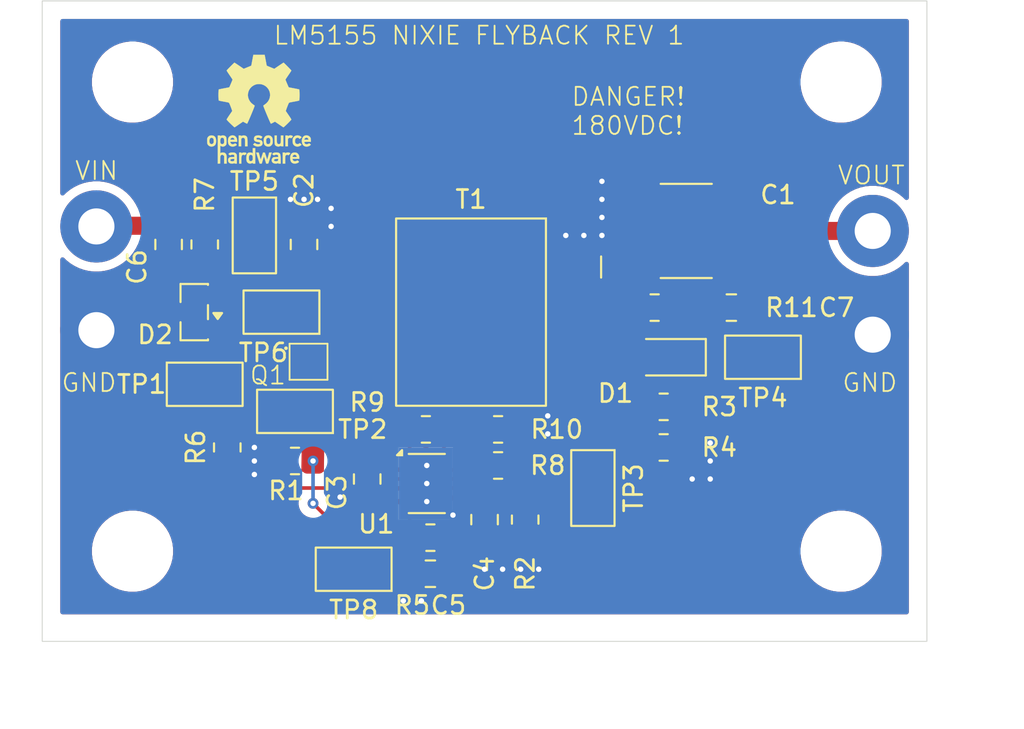
<source format=kicad_pcb>
(kicad_pcb (version 20241229) (generator "pcbnew") (generator_version "9.0")
  (layers (0 "F.Cu" signal) (2 "B.Cu" signal) (13 "F.Paste" user) (15 "B.Paste" user) (5 "F.SilkS" user "F.Silkscreen") (7 "B.SilkS" user "B.Silkscreen") (1 "F.Mask" user) (3 "B.Mask" user) (25 "Edge.Cuts" user))
  (net 0 "")
  (net 2 "Net-(D1-A)")
  (net 3 "/CS")
  (net 4 "GND")
  (net 5 "/GATE")
  (net 6 "/SW")
  (net 7 "/VIN")
  (net 8 "Net-(U1-VCC)")
  (net 9 "/COMP")
  (net 10 "/UVLO")
  (net 11 "/RT")
  (net 12 "/FB")
  (net 13 "/SS")
  (net 14 "Net-(U1-GATE)")
  (net 15 "/PGOOD")
  (net 16 "Net-(C5-Pad1)")
  (net 17 "Net-(D2-K)")
  (net 18 "Net-(C7-Pad2)")
  (net 19 "/VOUT")
  (footprint "Symbol:Symbol_HighVoltage_NoTriangle_2x5mm_Copper" (layer "F.Cu") (at 194.75 86.75)
    (property "Reference" "REF**" (hide yes))
    (property "Value" "Symbol_HighVoltage_NoTriangle_2x5mm_Copper" (hide yes))
    (fp_line (start -0.49 -0.65) (end -0.29 -0.4) (stroke (width 0.2)) (layer "F.Cu"))
    (fp_line (start -0.38 1.23) (end 0.13 1.32) (stroke (width 0.2)) (layer "F.Cu"))
    (fp_line (start -0.17 -0.405) (end 0.03 -0.155) (stroke (width 0.2)) (layer "F.Cu"))
    (fp_poly (pts (xy -0.538427 -0.37426) (xy 0.62574 -1) (xy -0.029104 1.386542) (xy 0.305594 1.182813) (xy -0.291042 2.07049) (xy -0.509323 1.02274) (xy -0.276489 1.342886) (xy 0 -0.388812) (xy -1.12051 0.207823) (xy -0.392906 -2.367896) (xy 0.320146 -2.367896)) (stroke (width 0.1)) (fill yes) (layer "F.Cu"))
  )
  (footprint "MountingHole:MountingHole_4mm" (layer "F.Cu") (at 201.25 85.25)
    (property "Reference" "REF**" (hide yes))
    (property "Value" "MountingHole_4mm")
    (pad "" np_thru_hole circle (at 0 0) (size 4 4) (drill 4) (layers "*.Cu" "*.Mask"))
  )
  (footprint "TestPoint:TestPoint_Keystone_5019_Miniature" (layer "F.Cu") (at 187.5 107.75 -90)
    (property "Reference" "TP3" (at 0 -2.25 90) (layer "F.SilkS"))
    (property "Value" "TestPoint")
    (pad "1" smd roundrect (at 0 0 270) (size 3.8 2) (layers "F.Cu" "F.Mask" "F.Paste") (roundrect_rratio 0.125) (net 12 "/FB"))
  )
  (footprint "TestPoint:TestPoint_Keystone_5019_Miniature" (layer "F.Cu") (at 171 103.5 180)
    (property "Reference" "TP2" (at -3.75 -1 0) (layer "F.SilkS"))
    (property "Value" "TestPoint")
    (pad "1" smd roundrect (at 0 0 180) (size 3.8 2) (layers "F.Cu" "F.Mask" "F.Paste") (roundrect_rratio 0.125) (net 3 "/CS"))
  )
  (footprint "Capacitor_SMD:C_0805_2012Metric_Pad1.18x1.45mm_HandSolder" (layer "F.Cu") (at 181.5 109.5 -90)
    (property "Reference" "C4" (at 3 0 90) (layer "F.SilkS"))
    (property "Value" "30n")
    (pad "1" smd roundrect (at -1.0375 0 270) (size 1.175 1.45) (layers "F.Cu" "F.Mask" "F.Paste") (roundrect_rratio 0.212766) (net 13 "/SS"))
    (pad "2" smd roundrect (at 1.0375 0 270) (size 1.175 1.45) (layers "F.Cu" "F.Mask" "F.Paste") (roundrect_rratio 0.212766) (net 4 "GND"))
  )
  (footprint "Resistor_SMD:R_0805_2012Metric_Pad1.20x1.40mm_HandSolder" (layer "F.Cu") (at 167.25 105.5 90)
    (property "Reference" "R6" (at 0 -1.75 90) (layer "F.SilkS"))
    (property "Value" "1")
    (pad "1" smd roundrect (at -1 0 90) (size 1.2 1.4) (layers "F.Cu" "F.Mask" "F.Paste") (roundrect_rratio 0.208333) (net 14 "Net-(U1-GATE)"))
    (pad "2" smd roundrect (at 1 0 90) (size 1.2 1.4) (layers "F.Cu" "F.Mask" "F.Paste") (roundrect_rratio 0.208333) (net 5 "/GATE"))
  )
  (footprint "Capacitor_SMD:C_0805_2012Metric_Pad1.18x1.45mm_HandSolder" (layer "F.Cu") (at 178.5 112.5 180)
    (property "Reference" "C5" (at -1 -1.75 0) (layer "F.SilkS"))
    (property "Value" "1.6n")
    (pad "1" smd roundrect (at -1.0375 0 180) (size 1.175 1.45) (layers "F.Cu" "F.Mask" "F.Paste") (roundrect_rratio 0.212766) (net 16 "Net-(C5-Pad1)"))
    (pad "2" smd roundrect (at 1.0375 0 180) (size 1.175 1.45) (layers "F.Cu" "F.Mask" "F.Paste") (roundrect_rratio 0.212766) (net 4 "GND"))
  )
  (footprint "Resistor_SMD:R_0805_2012Metric_Pad1.20x1.40mm_HandSolder" (layer "F.Cu") (at 166 94.25 -90)
    (property "Reference" "R7" (at -2.75 0 90) (layer "F.SilkS"))
    (property "Value" "3.8k")
    (pad "1" smd roundrect (at -1 0 270) (size 1.2 1.4) (layers "F.Cu" "F.Mask" "F.Paste") (roundrect_rratio 0.208333) (net 7 "/VIN"))
    (pad "2" smd roundrect (at 1 0 270) (size 1.2 1.4) (layers "F.Cu" "F.Mask" "F.Paste") (roundrect_rratio 0.208333) (net 17 "Net-(D2-K)"))
  )
  (footprint "TestPoint:TestPoint_Keystone_5019_Miniature" (layer "F.Cu") (at 168.75 93.75 -90)
    (property "Reference" "TP5" (at -3 0 180) (layer "F.SilkS"))
    (property "Value" "TestPoint")
    (pad "1" smd roundrect (at 0 0 270) (size 3.8 2) (layers "F.Cu" "F.Mask" "F.Paste") (roundrect_rratio 0.125) (net 7 "/VIN"))
  )
  (footprint "LM5155-flyback:WSON-12-1EP_3x2mm_P0.5mm_EP1x2.65_ThermalVias" (layer "F.Cu") (at 178.3 107.5)
    (property "Reference" "U1" (at -2.8 2.25 0) (layer "F.SilkS"))
    (property "Value" "LM5155")
    (pad "1" smd roundrect (at -0.95 -1.25) (size 0.5 0.25) (layers "F.Cu" "F.Mask" "F.Paste") (net 7 "/VIN"))
    (pad "2" smd roundrect (at -0.95 -0.75) (size 0.5 0.25) (layers "F.Cu" "F.Mask" "F.Paste") (net 8 "Net-(U1-VCC)"))
    (pad "3" smd roundrect (at -0.95 -0.25) (size 0.5 0.25) (layers "F.Cu" "F.Mask" "F.Paste") (net 14 "Net-(U1-GATE)"))
    (pad "4" smd roundrect (at -0.95 0.25) (size 0.5 0.25) (layers "F.Cu" "F.Mask" "F.Paste") (net 4 "GND"))
    (pad "5" smd roundrect (at -0.95 0.75) (size 0.5 0.25) (layers "F.Cu" "F.Mask" "F.Paste") (net 3 "/CS"))
    (pad "6" smd roundrect (at -0.95 1.25) (size 0.5 0.25) (layers "F.Cu" "F.Mask" "F.Paste") (net 9 "/COMP"))
    (pad "7" smd roundrect (at 0.95 1.25) (size 0.5 0.25) (layers "F.Cu" "F.Mask" "F.Paste") (net 4 "GND"))
    (pad "8" smd roundrect (at 0.95 0.75) (size 0.5 0.25) (layers "F.Cu" "F.Mask" "F.Paste") (net 12 "/FB"))
    (pad "9" smd roundrect (at 0.95 0.25) (size 0.5 0.25) (layers "F.Cu" "F.Mask" "F.Paste") (net 13 "/SS"))
    (pad "10" smd roundrect (at 0.95 -0.25) (size 0.5 0.25) (layers "F.Cu" "F.Mask" "F.Paste") (net 11 "/RT"))
    (pad "11" smd roundrect (at 0.95 -0.75) (size 0.5 0.25) (layers "F.Cu" "F.Mask" "F.Paste") (net 15 "/PGOOD"))
    (pad "12" smd roundrect (at 0.95 -1.25) (size 0.5 0.25) (layers "F.Cu" "F.Mask" "F.Paste") (net 10 "/UVLO"))
    (pad "13" thru_hole circle (at 0 -1 90) (size 0.6 0.6) (drill 0.3) (layers "*.Cu") (net 4 "GND"))
    (pad "13" thru_hole circle (at 0 0) (size 0.6 0.6) (drill 0.3) (layers "*.Cu") (net 4 "GND"))
    (pad "13" smd rect (at 0 0) (size 1 2.65) (layers "F.Cu" "F.Mask") (net 4 "GND"))
    (pad "13" smd rect (at 0 0) (size 1 2.65) (layers "B.Cu") (net 4 "GND"))
    (pad "13" thru_hole circle (at 0 1) (size 0.6 0.6) (drill 0.3) (layers "*.Cu") (net 4 "GND"))
  )
  (footprint "MountingHole:MountingHole_4mm" (layer "F.Cu") (at 201.25 111.25)
    (property "Reference" "REF**" (hide yes))
    (property "Value" "MountingHole_4mm")
    (pad "" np_thru_hole circle (at 0 0) (size 4 4) (drill 4) (layers "*.Cu" "*.Mask"))
  )
  (footprint "Resistor_SMD:R_0805_2012Metric_Pad1.20x1.40mm_HandSolder" (layer "F.Cu") (at 190.92 97.75)
    (property "Reference" "R11" (at 7.58 0 0) (layer "F.SilkS"))
    (property "Value" "R")
    (pad "1" smd roundrect (at -1 0) (size 1.2 1.4) (layers "F.Cu" "F.Mask" "F.Paste") (roundrect_rratio 0.208333) (net 2 "Net-(D1-A)"))
    (pad "2" smd roundrect (at 1 0) (size 1.2 1.4) (layers "F.Cu" "F.Mask" "F.Paste") (roundrect_rratio 0.208333) (net 18 "Net-(C7-Pad2)"))
  )
  (footprint "TestPoint:TestPoint_Keystone_5019_Miniature" (layer "F.Cu") (at 166 102)
    (property "Reference" "TP1" (at -3.5 0 0) (layer "F.SilkS"))
    (property "Value" "TestPoint")
    (pad "1" smd roundrect (at 0 0) (size 3.8 2) (layers "F.Cu" "F.Mask" "F.Paste") (roundrect_rratio 0.125) (net 5 "/GATE"))
  )
  (footprint "Capacitor_SMD:C_0805_2012Metric_Pad1.18x1.45mm_HandSolder" (layer "F.Cu") (at 195.17 97.75 180)
    (property "Reference" "C7" (at -5.83 0 0) (layer "F.SilkS"))
    (property "Value" "C")
    (pad "1" smd roundrect (at -1.0375 0 180) (size 1.175 1.45) (layers "F.Cu" "F.Mask" "F.Paste") (roundrect_rratio 0.212766) (net 19 "/VOUT"))
    (pad "2" smd roundrect (at 1.0375 0 180) (size 1.175 1.45) (layers "F.Cu" "F.Mask" "F.Paste") (roundrect_rratio 0.212766) (net 18 "Net-(C7-Pad2)"))
  )
  (footprint "Resistor_SMD:R_0805_2012Metric_Pad1.20x1.40mm_HandSolder" (layer "F.Cu") (at 178.25 104.5)
    (property "Reference" "R9" (at -3.25 -1.5 0) (layer "F.SilkS"))
    (property "Value" "82k")
    (pad "1" smd roundrect (at -1 0) (size 1.2 1.4) (layers "F.Cu" "F.Mask" "F.Paste") (roundrect_rratio 0.208333) (net 7 "/VIN"))
    (pad "2" smd roundrect (at 1 0) (size 1.2 1.4) (layers "F.Cu" "F.Mask" "F.Paste") (roundrect_rratio 0.208333) (net 10 "/UVLO"))
  )
  (footprint "TestPoint:TestPoint_Keystone_5019_Miniature" (layer "F.Cu") (at 170.25 98 180)
    (property "Reference" "TP6" (at 1 -2.25 0) (layer "F.SilkS"))
    (property "Value" "TestPoint")
    (pad "1" smd roundrect (at 0 0 180) (size 3.8 2) (layers "F.Cu" "F.Mask" "F.Paste") (roundrect_rratio 0.125) (net 6 "/SW"))
  )
  (footprint "Resistor_SMD:R_0805_2012Metric_Pad1.20x1.40mm_HandSolder" (layer "F.Cu") (at 183.75 109.5 90)
    (property "Reference" "R2" (at -3 0 90) (layer "F.SilkS"))
    (property "Value" "87.5k")
    (pad "1" smd roundrect (at -1 0 90) (size 1.2 1.4) (layers "F.Cu" "F.Mask" "F.Paste") (roundrect_rratio 0.208333) (net 4 "GND"))
    (pad "2" smd roundrect (at 1 0 90) (size 1.2 1.4) (layers "F.Cu" "F.Mask" "F.Paste") (roundrect_rratio 0.208333) (net 11 "/RT"))
  )
  (footprint "Resistor_SMD:R_0805_2012Metric_Pad1.20x1.40mm_HandSolder" (layer "F.Cu") (at 191.42 103.25 180)
    (property "Reference" "R3" (at -3.08 0 0) (layer "F.SilkS"))
    (property "Value" "1Meg")
    (pad "1" smd roundrect (at -1 0 180) (size 1.2 1.4) (layers "F.Cu" "F.Mask" "F.Paste") (roundrect_rratio 0.208333) (net 19 "/VOUT"))
    (pad "2" smd roundrect (at 1 0 180) (size 1.2 1.4) (layers "F.Cu" "F.Mask" "F.Paste") (roundrect_rratio 0.208333) (net 12 "/FB"))
  )
  (footprint "Resistor_SMD:R_0805_2012Metric_Pad1.20x1.40mm_HandSolder" (layer "F.Cu") (at 182.25 106.5 180)
    (property "Reference" "R8" (at -2.75 0 0) (layer "F.SilkS"))
    (property "Value" "100k")
    (pad "1" smd roundrect (at -1 0 180) (size 1.2 1.4) (layers "F.Cu" "F.Mask" "F.Paste") (roundrect_rratio 0.208333) (net 7 "/VIN"))
    (pad "2" smd roundrect (at 1 0 180) (size 1.2 1.4) (layers "F.Cu" "F.Mask" "F.Paste") (roundrect_rratio 0.208333) (net 15 "/PGOOD"))
  )
  (footprint "Package_TO_SOT_SMD:SOT-23" (layer "F.Cu") (at 165.42 98 180)
    (property "Reference" "D2" (at 2.17 -1.25 0) (layer "F.SilkS"))
    (property "Value" "BAS70")
    (pad "1" smd roundrect (at -0.9375 -0.95 180) (size 1.475 0.6) (layers "F.Cu" "F.Mask" "F.Paste") (net 6 "/SW"))
    (pad "2" smd roundrect (at -0.9375 0.95 180) (size 1.475 0.6) (layers "F.Cu" "F.Mask" "F.Paste"))
    (pad "3" smd roundrect (at 0.9375 0 180) (size 1.475 0.6) (layers "F.Cu" "F.Mask" "F.Paste") (net 17 "Net-(D2-K)"))
  )
  (footprint "LM5155-flyback:U-DFN1616-6" (layer "F.Cu") (at 171.75 100.75 -90)
    (property "Reference" "Q1" (at 0.75 2.25 0) (layer "F.SilkS") (effects (font (thickness 0.1))))
    (property "Value" "DMT6030LFCL-7")
    (pad "1" smd roundrect (at -0.25 0 90) (size 0.72 1.9) (layers "F.Cu" "F.Mask" "F.Paste") (roundrect_rratio 0.15) (net 6 "/SW"))
    (pad "2" smd roundrect (at 0.5 0.7 90) (size 0.25 0.475) (layers "F.Cu" "F.Mask" "F.Paste") (roundrect_rratio 0.15) (net 5 "/GATE"))
    (pad "3" smd roundrect (at 0.5 -0.7 90) (size 0.25 0.475) (layers "F.Cu" "F.Mask" "F.Paste") (roundrect_rratio 0.15) (net 3 "/CS"))
    (pad "3" smd roundrect (at 0.5 0) (size 0.62 0.2) (layers "F.Cu" "F.Mask" "F.Paste") (roundrect_rratio 0.15) (net 3 "/CS"))
  )
  (footprint "Transformer_SMD_Wurth:T_Wurth_WE-FLYLT-EP7-5801" (layer "F.Cu") (at 180.75 98 -90)
    (property "Reference" "T1" (at -6.25 0 0) (layer "F.SilkS"))
    (property "Value" "EP7-5801_750315825" (hide yes))
    (pad "1" smd rect (at -2.5 -5.83 270) (size 1.17 2.08) (layers "F.Cu" "F.Mask" "F.Paste") (net 4 "GND"))
    (pad "2" smd rect (at 0 -5.83 270) (size 1.17 2.08) (layers "F.Cu" "F.Mask" "F.Paste"))
    (pad "3" smd rect (at 2.5 -5.83 270) (size 1.17 2.08) (layers "F.Cu" "F.Mask" "F.Paste") (net 2 "Net-(D1-A)"))
    (pad "4" smd rect (at 2.5 5.83 270) (size 1.17 2.08) (layers "F.Cu" "F.Mask" "F.Paste") (net 6 "/SW"))
    (pad "5" smd rect (at 0 5.83 270) (size 1.17 2.08) (layers "F.Cu" "F.Mask" "F.Paste"))
    (pad "6" smd rect (at -2.5 5.83 270) (size 1.17 2.08) (layers "F.Cu" "F.Mask" "F.Paste") (net 7 "/VIN"))
  )
  (footprint "Capacitor_SMD:C_2220_5750Metric_Pad1.97x5.40mm_HandSolder" (layer "F.Cu") (at 192.67 93.5)
    (property "Reference" "C1" (at 5.08 -2 0) (layer "F.SilkS"))
    (property "Value" "1u")
    (pad "1" smd roundrect (at -2.6375 0) (size 1.975 5.4) (layers "F.Cu" "F.Mask" "F.Paste") (roundrect_rratio 0.126582) (net 4 "GND"))
    (pad "2" smd roundrect (at 2.6375 0) (size 1.975 5.4) (layers "F.Cu" "F.Mask" "F.Paste") (roundrect_rratio 0.126582) (net 19 "/VOUT"))
  )
  (footprint "Resistor_SMD:R_0805_2012Metric_Pad1.20x1.40mm_HandSolder" (layer "F.Cu") (at 171 106.25 180)
    (property "Reference" "R1" (at 0.5 -1.65 0) (layer "F.SilkS"))
    (property "Value" "2m")
    (pad "1" smd roundrect (at -1 0 180) (size 1.2 1.4) (layers "F.Cu" "F.Mask" "F.Paste") (roundrect_rratio 0.208333) (net 3 "/CS"))
    (pad "2" smd roundrect (at 1 0 180) (size 1.2 1.4) (layers "F.Cu" "F.Mask" "F.Paste") (roundrect_rratio 0.208333) (net 4 "GND"))
  )
  (footprint "MountingHole:MountingHole_4mm" (layer "F.Cu") (at 162 85.25)
    (property "Reference" "REF**" (hide yes))
    (property "Value" "MountingHole_4mm")
    (pad "" np_thru_hole circle (at 0 0) (size 4 4) (drill 4) (layers "*.Cu" "*.Mask"))
  )
  (footprint "Resistor_SMD:R_0805_2012Metric_Pad1.20x1.40mm_HandSolder" (layer "F.Cu") (at 191.42 105.5)
    (property "Reference" "R4" (at 3.08 0 0) (layer "F.SilkS"))
    (property "Value" "5.6k")
    (pad "1" smd roundrect (at -1 0) (size 1.2 1.4) (layers "F.Cu" "F.Mask" "F.Paste") (roundrect_rratio 0.208333) (net 12 "/FB"))
    (pad "2" smd roundrect (at 1 0) (size 1.2 1.4) (layers "F.Cu" "F.Mask" "F.Paste") (roundrect_rratio 0.208333) (net 4 "GND"))
  )
  (footprint "Capacitor_SMD:C_0805_2012Metric_Pad1.18x1.45mm_HandSolder" (layer "F.Cu") (at 171.5 94.25 90)
    (property "Reference" "C2" (at 3 0 90) (layer "F.SilkS"))
    (property "Value" "4.7u")
    (pad "1" smd roundrect (at -1.0375 0 90) (size 1.175 1.45) (layers "F.Cu" "F.Mask" "F.Paste") (roundrect_rratio 0.212766) (net 7 "/VIN"))
    (pad "2" smd roundrect (at 1.0375 0 90) (size 1.175 1.45) (layers "F.Cu" "F.Mask" "F.Paste") (roundrect_rratio 0.212766) (net 4 "GND"))
  )
  (footprint "Capacitor_SMD:C_0805_2012Metric_Pad1.18x1.45mm_HandSolder" (layer "F.Cu") (at 175 107.25 90)
    (property "Reference" "C3" (at -0.75 -1.68 90) (layer "F.SilkS"))
    (property "Value" "1uF")
    (pad "1" smd roundrect (at -1.0375 0 90) (size 1.175 1.45) (layers "F.Cu" "F.Mask" "F.Paste") (roundrect_rratio 0.212766) (net 4 "GND"))
    (pad "2" smd roundrect (at 1.0375 0 90) (size 1.175 1.45) (layers "F.Cu" "F.Mask" "F.Paste") (roundrect_rratio 0.212766) (net 8 "Net-(U1-VCC)"))
  )
  (footprint "Symbol:OSHW-Logo_5.7x6mm_SilkScreen" (layer "F.Cu") (at 169 86.75)
    (property "Reference" "REF**" (hide yes))
    (property "Value" "OSHW-Logo_5.7x6mm_SilkScreen" (hide yes))
  )
  (footprint "TestPoint:TestPoint_Keystone_5019_Miniature" (layer "F.Cu") (at 174.25 112.25 180)
    (property "Reference" "TP8" (at 0 -2.25 0) (layer "F.SilkS"))
    (property "Value" "TestPoint")
    (pad "1" smd roundrect (at 0 0 180) (size 3.8 2) (layers "F.Cu" "F.Mask" "F.Paste") (roundrect_rratio 0.125) (net 9 "/COMP"))
  )
  (footprint "Resistor_SMD:R_0805_2012Metric_Pad1.20x1.40mm_HandSolder" (layer "F.Cu") (at 178.5 110.5)
    (property "Reference" "R5" (at -1 3.75 0) (layer "F.SilkS"))
    (property "Value" "10k")
    (pad "1" smd roundrect (at -1 0) (size 1.2 1.4) (layers "F.Cu" "F.Mask" "F.Paste") (roundrect_rratio 0.208333) (net 9 "/COMP"))
    (pad "2" smd roundrect (at 1 0) (size 1.2 1.4) (layers "F.Cu" "F.Mask" "F.Paste") (roundrect_rratio 0.208333) (net 16 "Net-(C5-Pad1)"))
  )
  (footprint "Resistor_SMD:R_0805_2012Metric_Pad1.20x1.40mm_HandSolder" (layer "F.Cu") (at 182.25 104.5)
    (property "Reference" "R10" (at 3.25 0 0) (layer "F.SilkS"))
    (property "Value" "43k")
    (pad "1" smd roundrect (at -1 0) (size 1.2 1.4) (layers "F.Cu" "F.Mask" "F.Paste") (roundrect_rratio 0.208333) (net 10 "/UVLO"))
    (pad "2" smd roundrect (at 1 0) (size 1.2 1.4) (layers "F.Cu" "F.Mask" "F.Paste") (roundrect_rratio 0.208333) (net 4 "GND"))
  )
  (footprint "TestPoint:TestPoint_Keystone_5019_Miniature" (layer "F.Cu") (at 196.92 100.5 180)
    (property "Reference" "TP4" (at 0 -2.25 0) (layer "F.SilkS"))
    (property "Value" "TestPoint")
    (pad "1" smd roundrect (at 0 0 180) (size 3.8 2) (layers "F.Cu" "F.Mask" "F.Paste") (roundrect_rratio 0.125) (net 19 "/VOUT"))
  )
  (footprint "Diode_SMD:D_PowerDI-123" (layer "F.Cu") (at 191.445 100.5 180)
    (property "Reference" "D1" (at 2.695 -2 0) (layer "F.SilkS"))
    (property "Value" "SBR1U400P1")
    (pad "1" smd roundrect (at -0.85 0) (size 2.4 1.5) (layers "F.Cu" "F.Mask" "F.Paste") (roundrect_rratio 0.1666666667) (net 19 "/VOUT"))
    (pad "2" smd roundrect (at 1.525 0) (size 1.05 1.5) (layers "F.Cu" "F.Mask" "F.Paste") (roundrect_rratio 0.2380952381) (net 2 "Net-(D1-A)"))
  )
  (footprint "Capacitor_SMD:C_0805_2012Metric_Pad1.18x1.45mm_HandSolder" (layer "F.Cu") (at 164 94.25 -90)
    (property "Reference" "C6" (at 1.25 1.75 90) (layer "F.SilkS"))
    (property "Value" "5n")
    (pad "1" smd roundrect (at -1.0375 0 270) (size 1.175 1.45) (layers "F.Cu" "F.Mask" "F.Paste") (roundrect_rratio 0.212766) (net 7 "/VIN"))
    (pad "2" smd roundrect (at 1.0375 0 270) (size 1.175 1.45) (layers "F.Cu" "F.Mask" "F.Paste") (roundrect_rratio 0.212766) (net 17 "Net-(D2-K)"))
  )
  (footprint "MountingHole:MountingHole_4mm" (layer "F.Cu") (at 162 111.25)
    (property "Reference" "REF**" (hide yes))
    (property "Value" "MountingHole_4mm")
    (pad "" np_thru_hole circle (at 0 0) (size 4 4) (drill 4) (layers "*.Cu" "*.Mask"))
  )
  (gr_poly (pts (xy 175.75 96) (xy 174 96) (xy 171 95.75) (xy 169.5 95.5) (xy 168 95.5) (xy 168 92) (xy 169.5 92) (xy 169.5 94.25) (xy 171 94.75) (xy 172 94.75) (xy 174 95) (xy 175.75 95)) (stroke (width 0.2)) (fill yes) (layer "F.Cu") (net 7))
  (gr_poly (pts (xy 171.55 101.25) (xy 172.6 101.25) (xy 172.5 106.75) (xy 171.45 106.75)) (stroke (width 0.2)) (fill yes) (layer "F.Cu") (net 3))
  (gr_poly (pts (xy 171 100.75) (xy 168.5 98.75) (xy 172 98.75) (xy 174 100) (xy 174 100.25)) (stroke (width 0.2)) (fill yes) (layer "F.Cu") (net 6))
  (gr_poly (pts (xy 172.5 100.25) (xy 174 100) (xy 174 101) (xy 172.5 100.75)) (stroke (width 0.2)) (fill yes) (layer "F.Cu") (net 6))
  (gr_rect (start 157 80.75) (end 206 116.25) (stroke (width 0.05)) (fill no) (layer "Edge.Cuts"))
  (gr_text "VIN" (at 158.75 90.75 0) (layer "F.SilkS") (effects (font (size 1 1) (thickness 0.1)) (justify left bottom)))
  (gr_text "VOUT" (at 201 91 0) (layer "F.SilkS") (effects (font (size 1 1) (thickness 0.1)) (justify left bottom)))
  (gr_text "GND" (at 158 102.5 0) (layer "F.SilkS") (effects (font (size 1 1) (thickness 0.1)) (justify left bottom)))
  (gr_text "LM5155 NIXIE FLYBACK REV 1" (at 169.75 83.25 0) (layer "F.SilkS") (effects (font (size 1 1) (thickness 0.1)) (justify left bottom)))
  (gr_text "GND" (at 201.25 102.5 0) (layer "F.SilkS") (effects (font (size 1 1) (thickness 0.1)) (justify left bottom)))
  (gr_text "DANGER!\n180VDC!" (at 186.25 88.25 0) (layer "F.SilkS") (effects (font (size 1 1) (thickness 0.1)) (justify left bottom)))
  (segment (start 186.58 100.5) (end 189.92 100.5) (width 1) (layer "F.Cu") (net 2))
  (segment (start 189.92 97.75) (end 189.92 100.5) (width 0.2) (layer "F.Cu") (net 2))
  (segment (start 177 108.25) (end 176.074 109.176) (width 0.2) (layer "F.Cu") (net 3))
  (segment (start 177.35 108.25) (end 177 108.25) (width 0.2) (layer "F.Cu") (net 3))
  (segment (start 176.074 109.176) (end 172.576 109.176) (width 0.2) (layer "F.Cu") (net 3))
  (segment (start 172.576 109.176) (end 172 108.6) (width 0.2) (layer "F.Cu") (net 3))
  (via (at 172 108.6) (size 0.6) (drill 0.3) (layers "F.Cu" "B.Cu") (net 3))
  (via (at 172 106.25) (size 0.6) (drill 0.3) (layers "F.Cu" "B.Cu") (net 3))
  (segment (start 172 108.6) (end 172 106.25) (width 0.2) (layer "B.Cu") (net 3))
  (segment (start 177.925 114) (end 177.4625 113.5375) (width 0.2) (layer "F.Cu") (net 4))
  (segment (start 176.2125 108.2875) (end 176.75 107.75) (width 0.2) (layer "F.Cu") (net 4))
  (segment (start 175 108.2875) (end 176.2125 108.2875) (width 0.2) (layer "F.Cu") (net 4))
  (segment (start 177.4625 112.5) (end 177.4625 113.5375) (width 0.2) (layer "F.Cu") (net 4))
  (segment (start 177.4625 113.5375) (end 177 114) (width 0.2) (layer "F.Cu") (net 4))
  (segment (start 179.25 108.75) (end 179.75 109.25) (width 0.2) (layer "F.Cu") (net 4))
  (segment (start 168.75 106.25) (end 168.75 107) (width 0.2) (layer "F.Cu") (net 4))
  (segment (start 178 114) (end 177.925 114) (width 0.2) (layer "F.Cu") (net 4))
  (segment (start 168.75 105.5) (end 168.75 106.25) (width 0.2) (layer "F.Cu") (net 4))
  (segment (start 176.75 107.75) (end 177.35 107.75) (width 0.2) (layer "F.Cu") (net 4))
  (segment (start 170 106.25) (end 168.75 106.25) (width 0.2) (layer "F.Cu") (net 4))
  (via (at 181.5 112.25) (size 0.6) (drill 0.3) (layers "F.Cu" "B.Cu") (net 4))
  (via (at 160 99) (size 4) (drill 2) (layers "F.Cu" "B.Cu") (net 4))
  (via (at 188 93.75) (size 0.6) (drill 0.3) (layers "F.Cu" "B.Cu") (net 4))
  (via (at 203 99.25) (size 4) (drill 2) (layers "F.Cu" "B.Cu") (net 4))
  (via (at 185 104.75) (size 0.6) (drill 0.3) (layers "F.Cu" "B.Cu") (net 4))
  (via (at 170.75 91.75) (size 0.6) (drill 0.3) (layers "F.Cu" "B.Cu") (net 4))
  (via (at 188 90.75) (size 0.6) (drill 0.3) (layers "F.Cu" "B.Cu") (net 4))
  (via (at 178 114) (size 0.6) (drill 0.3) (layers "F.Cu" "B.Cu") (net 4))
  (via (at 173 93.25) (size 0.6) (drill 0.3) (layers "F.Cu" "B.Cu") (net 4))
  (via (at 185 103.75) (size 0.6) (drill 0.3) (layers "F.Cu" "B.Cu") (net 4))
  (via (at 188 92.75) (size 0.6) (drill 0.3) (layers "F.Cu" "B.Cu") (net 4))
  (via (at 194 105.25) (size 0.6) (drill 0.3) (layers "F.Cu" "B.Cu") (net 4))
  (via (at 194 107.25) (size 0.6) (drill 0.3) (layers "F.Cu" "B.Cu") (net 4))
  (via (at 168.75 106.25) (size 0.6) (drill 0.3) (layers "F.Cu" "B.Cu") (net 4))
  (via (at 184.5 112.25) (size 0.6) (drill 0.3) (layers "F.Cu" "B.Cu") (net 4))
  (via (at 187 93.75) (size 0.6) (drill 0.3) (layers "F.Cu" "B.Cu") (net 4))
  (via (at 188 91.75) (size 0.6) (drill 0.3) (layers "F.Cu" "B.Cu") (net 4))
  (via (at 173.5 108.25) (size 0.6) (drill 0.3) (layers "F.Cu" "B.Cu") (net 4))
  (via (at 177 114) (size 0.6) (drill 0.3) (layers "F.Cu" "B.Cu") (net 4))
  (via (at 173 92.25) (size 0.6) (drill 0.3) (layers "F.Cu" "B.Cu") (net 4))
  (via (at 168.75 107) (size 0.6) (drill 0.3) (layers "F.Cu" "B.Cu") (net 4))
  (via (at 194 106.25) (size 0.6) (drill 0.3) (layers "F.Cu" "B.Cu") (net 4))
  (via (at 182.5 112.25) (size 0.6) (drill 0.3) (layers "F.Cu" "B.Cu") (net 4))
  (via (at 183.5 112.25) (size 0.6) (drill 0.3) (layers "F.Cu" "B.Cu") (net 4))
  (via (at 168.75 105.5) (size 0.6) (drill 0.3) (layers "F.Cu" "B.Cu") (net 4))
  (via (at 186 93.75) (size 0.6) (drill 0.3) (layers "F.Cu" "B.Cu") (net 4))
  (via (at 171.5 91.75) (size 0.6) (drill 0.3) (layers "F.Cu" "B.Cu") (net 4))
  (via (at 193 107.25) (size 0.6) (drill 0.3) (layers "F.Cu" "B.Cu") (net 4))
  (via (at 179.75 109.25) (size 0.6) (drill 0.3) (layers "F.Cu" "B.Cu") (net 4))
  (via (at 172.25 91.75) (size 0.6) (drill 0.3) (layers "F.Cu" "B.Cu") (net 4))
  (segment (start 167.25 102.75) (end 168 102) (width 0.2) (layer "F.Cu") (net 5))
  (segment (start 167.25 103.5) (end 167.25 103.25) (width 0.2) (layer "F.Cu") (net 5))
  (segment (start 168 102) (end 166 102) (width 0.2) (layer "F.Cu") (net 5))
  (segment (start 167.25 103.5) (end 167.25 102.75) (width 0.2) (layer "F.Cu") (net 5))
  (segment (start 171.05 101.25) (end 168.75 101.25) (width 0.2) (layer "F.Cu") (net 5))
  (segment (start 168.75 101.25) (end 168 102) (width 0.2) (layer "F.Cu") (net 5))
  (segment (start 167.25 104.5) (end 167.25 103.5) (width 0.2) (layer "F.Cu") (net 5))
  (segment (start 169.3 98.95) (end 170.25 98) (width 0.2) (layer "F.Cu") (net 6))
  (segment (start 166.3575 98.95) (end 169.3 98.95) (width 0.2) (layer "F.Cu") (net 6))
  (segment (start 185.75 105.25) (end 185.75 103.5) (width 0.2) (layer "F.Cu") (net 7))
  (segment (start 165.9625 93.2125) (end 166 93.25) (width 1) (layer "F.Cu") (net 7))
  (segment (start 166 93.25) (end 168.25 93.25) (width 1) (layer "F.Cu") (net 7))
  (segment (start 177.35 104.6) (end 177.25 104.5) (width 0.2) (layer "F.Cu") (net 7))
  (segment (start 174.92 95.5) (end 177.25 97.83) (width 0.2) (layer "F.Cu") (net 7))
  (segment (start 164 93.2125) (end 165.9625 93.2125) (width 1) (layer "F.Cu") (net 7))
  (segment (start 185.75 103.5) (end 185.25 103) (width 0.2) (layer "F.Cu") (net 7))
  (segment (start 177.25 103) (end 177.25 104.5) (width 0.2) (layer "F.Cu") (net 7))
  (segment (start 160.0375 93.2125) (end 160 93.25) (width 1) (layer "F.Cu") (net 7))
  (segment (start 185.25 103) (end 177.25 103) (width 0.2) (layer "F.Cu") (net 7))
  (segment (start 164 93.2125) (end 160.0375 93.2125) (width 1) (layer "F.Cu") (net 7))
  (segment (start 168.25 93.25) (end 168.75 93.75) (width 1) (layer "F.Cu") (net 7))
  (segment (start 177.25 97.83) (end 177.25 103) (width 0.2) (layer "F.Cu") (net 7))
  (segment (start 184.5 106.5) (end 185.75 105.25) (width 0.2) (layer "F.Cu") (net 7))
  (segment (start 177.35 106.25) (end 177.35 104.6) (width 0.2) (layer "F.Cu") (net 7))
  (segment (start 183.25 106.5) (end 184.5 106.5) (width 0.2) (layer "F.Cu") (net 7))
  (via (at 160 93.25) (size 4) (drill 2) (layers "F.Cu" "B.Cu") (net 7))
  (segment (start 176.2125 106.2125) (end 175 106.2125) (width 0.2) (layer "F.Cu") (net 8))
  (segment (start 177.35 106.75) (end 176.75 106.75) (width 0.2) (layer "F.Cu") (net 8))
  (segment (start 176.75 106.75) (end 176.2125 106.2125) (width 0.2) (layer "F.Cu") (net 8))
  (segment (start 177.5 110.5) (end 176 110.5) (width 0.2) (layer "F.Cu") (net 9))
  (segment (start 177.35 110.35) (end 177.5 110.5) (width 0.2) (layer "F.Cu") (net 9))
  (segment (start 176 110.5) (end 174.25 112.25) (width 0.2) (layer "F.Cu") (net 9))
  (segment (start 177.35 108.75) (end 177.35 110.35) (width 0.2) (layer "F.Cu") (net 9))
  (segment (start 179.25 106.25) (end 179.25 104.5) (width 0.2) (layer "F.Cu") (net 10))
  (segment (start 181.25 104.5) (end 179.25 104.5) (width 0.2) (layer "F.Cu") (net 10))
  (segment (start 180.41384 107.25) (end 180.73784 107.574) (width 0.2) (layer "F.Cu") (net 11))
  (segment (start 179.25 107.25) (end 180.41384 107.25) (width 0.2) (layer "F.Cu") (net 11))
  (segment (start 182.824 107.574) (end 183.75 108.5) (width 0.2) (layer "F.Cu") (net 11))
  (segment (start 180.73784 107.574) (end 182.824 107.574) (width 0.2) (layer "F.Cu") (net 11))
  (segment (start 180.93884 109.5) (end 185.75 109.5) (width 0.2) (layer "F.Cu") (net 12))
  (segment (start 179.68884 108.25) (end 180.93884 109.5) (width 0.2) (layer "F.Cu") (net 12))
  (segment (start 189.75 105.5) (end 190.42 105.5) (width 0.2) (layer "F.Cu") (net 12))
  (segment (start 185.75 109.5) (end 187.5 107.75) (width 0.2) (layer "F.Cu") (net 12))
  (segment (start 179.25 108.25) (end 179.68884 108.25) (width 0.2) (layer "F.Cu") (net 12))
  (segment (start 190.42 103.25) (end 190.42 105.5) (width 0.2) (layer "F.Cu") (net 12))
  (segment (start 187.5 107.75) (end 189.75 105.5) (width 0.2) (layer "F.Cu") (net 12))
  (segment (start 179.25 107.75) (end 180.34674 107.75) (width 0.2) (layer "F.Cu") (net 13))
  (segment (start 180.34674 107.75) (end 181.05924 108.4625) (width 0.2) (layer "F.Cu") (net 13))
  (segment (start 181.05924 108.4625) (end 181.5 108.4625) (width 0.2) (layer "F.Cu") (net 13))
  (segment (start 167.25 106.5) (end 168.5 107.75) (width 0.2) (layer "F.Cu") (net 14))
  (segment (start 168.5 107.75) (end 172.75 107.75) (width 0.2) (layer "F.Cu") (net 14))
  (segment (start 172.75 107.75) (end 173.25 107.25) (width 0.2) (layer "F.Cu") (net 14))
  (segment (start 173.25 107.25) (end 177.35 107.25) (width 0.2) (layer "F.Cu") (net 14))
  (segment (start 179.25 106.75) (end 180 106.75) (width 0.2) (layer "F.Cu") (net 15))
  (segment (start 180 106.75) (end 180.25 106.5) (width 0.2) (layer "F.Cu") (net 15))
  (segment (start 180.25 106.5) (end 181.25 106.5) (width 0.2) (layer "F.Cu") (net 15))
  (segment (start 179.5 112.4625) (end 179.5375 112.5) (width 0.2) (layer "F.Cu") (net 16))
  (segment (start 179.5 110.5) (end 179.5 112.4625) (width 0.2) (layer "F.Cu") (net 16))
  (segment (start 164 97) (end 164 95.2875) (width 0.2) (layer "F.Cu") (net 17))
  (segment (start 164 95.2875) (end 165.9625 95.2875) (width 0.2) (layer "F.Cu") (net 17))
  (segment (start 165.9625 95.2875) (end 166 95.25) (width 0.2) (layer "F.Cu") (net 17))
  (segment (start 164.4825 98) (end 164.4825 97.4825) (width 0.2) (layer "F.Cu") (net 17))
  (segment (start 164.4825 97.4825) (end 164 97) (width 0.2) (layer "F.Cu") (net 17))
  (segment (start 191.92 97.75) (end 194.1325 97.75) (width 0.2) (layer "F.Cu") (net 18))
  (segment (start 195.3075 93.5) (end 196.2075 94.4) (width 1) (layer "F.Cu") (net 19))
  (segment (start 196.2075 97.75) (end 196.2075 99.7875) (width 1) (layer "F.Cu") (net 19))
  (segment (start 192.42 103.25) (end 192.42 100.625) (width 0.2) (layer "F.Cu") (net 19))
  (segment (start 196.2075 94.4) (end 196.2075 97.75) (width 1) (layer "F.Cu") (net 19))
  (segment (start 203 93.5) (end 195.3075 93.5) (width 1) (layer "F.Cu") (net 19))
  (segment (start 196.2075 99.7875) (end 196.92 100.5) (width 1) (layer "F.Cu") (net 19))
  (segment (start 192.295 100.5) (end 196.92 100.5) (width 1) (layer "F.Cu") (net 19))
  (segment (start 192.42 100.625) (end 192.295 100.5) (width 0.2) (layer "F.Cu") (net 19))
  (via (at 203 93.5) (size 4) (drill 2) (layers "F.Cu" "B.Cu") (net 19))
  (zone (net 0) (net_name "") (layer "F.Cu") (name "Keepout") (connect_pads (clearance 0)) (min_thickness 0.25)
    (keepout (tracks allowed) (vias allowed) (pads allowed) (copperpour not_allowed) (footprints allowed))
    (fill (thermal_gap 0.5) (thermal_bridge_width 0.5))
    (polygon (pts (xy 169.5 100.75) (xy 168.25 99.5) (xy 164.5 99.5) (xy 164.5 100.75)))
  )
  (zone (net 4) (net_name "GND") (layers "F.Cu" "B.Cu") (connect_pads (clearance 0.5)) (min_thickness 0.25) (fill yes (thermal_gap 0.5) (thermal_bridge_width 0.5))
    (polygon (pts (xy 158 81.75) (xy 205 81.75) (xy 205 114.75) (xy 158 114.75)))
  )
  (zone (net 4) (net_name "GND") (layer "B.Cu") (priority 1) (connect_pads yes (clearance 0.5)) (min_thickness 0.25) (fill yes (thermal_gap 0.5) (thermal_bridge_width 0.5))
    (polygon (pts (xy 176.75 105.5) (xy 179.75 105.5) (xy 179.75 109.5) (xy 176.75 109.5)))
  )
)
</source>
